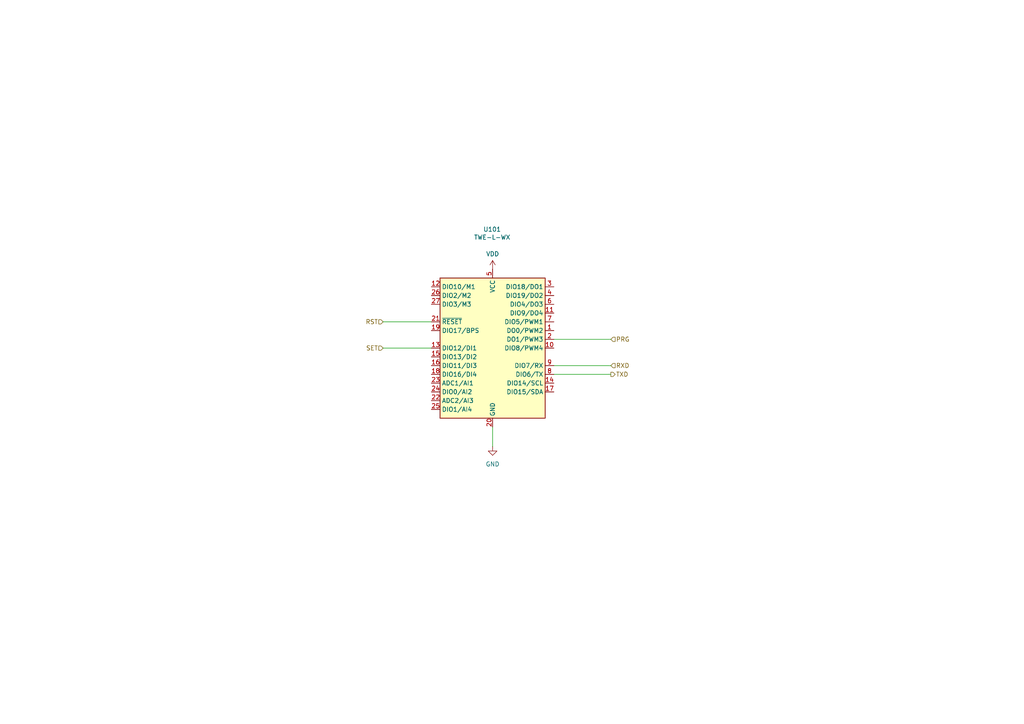
<source format=kicad_sch>
(kicad_sch
	(version 20231120)
	(generator "eeschema")
	(generator_version "8.0")
	(uuid "5d5fd422-f70d-40b3-bfaa-9f006c17966d")
	(paper "A4")
	(lib_symbols
		(symbol "RF_ZigBee:TWE-L-WX"
			(exclude_from_sim no)
			(in_bom yes)
			(on_board yes)
			(property "Reference" "U"
				(at -11.43 21.59 0)
				(effects
					(font
						(size 1.27 1.27)
					)
				)
			)
			(property "Value" "TWE-L-WX"
				(at 7.62 21.59 0)
				(effects
					(font
						(size 1.27 1.27)
					)
				)
			)
			(property "Footprint" "RF_Module:MonoWireless_TWE-L-WX"
				(at 0 -27.94 0)
				(effects
					(font
						(size 1.27 1.27)
					)
					(hide yes)
				)
			)
			(property "Datasheet" "https://www.mono-wireless.com/jp/products/TWE-LITE/MW-PDS-TWELITE-JP.pdf"
				(at 19.05 -25.4 0)
				(effects
					(font
						(size 1.27 1.27)
					)
					(hide yes)
				)
			)
			(property "Description" "NXP JN5164/JN5169 breakout module, SMD"
				(at 0 0 0)
				(effects
					(font
						(size 1.27 1.27)
					)
					(hide yes)
				)
			)
			(property "ki_keywords" "TWELITE"
				(at 0 0 0)
				(effects
					(font
						(size 1.27 1.27)
					)
					(hide yes)
				)
			)
			(property "ki_fp_filters" "MonoWireless?TWE*"
				(at 0 0 0)
				(effects
					(font
						(size 1.27 1.27)
					)
					(hide yes)
				)
			)
			(symbol "TWE-L-WX_1_0"
				(rectangle
					(start -15.24 -20.32)
					(end 15.24 20.32)
					(stroke
						(width 0.254)
						(type default)
					)
					(fill
						(type background)
					)
				)
			)
			(symbol "TWE-L-WX_1_1"
				(pin output line
					(at 17.78 5.08 180)
					(length 2.54)
					(name "DO0/PWM2"
						(effects
							(font
								(size 1.27 1.27)
							)
						)
					)
					(number "1"
						(effects
							(font
								(size 1.27 1.27)
							)
						)
					)
				)
				(pin bidirectional line
					(at 17.78 0 180)
					(length 2.54)
					(name "DIO8/PWM4"
						(effects
							(font
								(size 1.27 1.27)
							)
						)
					)
					(number "10"
						(effects
							(font
								(size 1.27 1.27)
							)
						)
					)
				)
				(pin bidirectional line
					(at 17.78 10.16 180)
					(length 2.54)
					(name "DIO9/DO4"
						(effects
							(font
								(size 1.27 1.27)
							)
						)
					)
					(number "11"
						(effects
							(font
								(size 1.27 1.27)
							)
						)
					)
				)
				(pin bidirectional line
					(at -17.78 17.78 0)
					(length 2.54)
					(name "DIO10/M1"
						(effects
							(font
								(size 1.27 1.27)
							)
						)
					)
					(number "12"
						(effects
							(font
								(size 1.27 1.27)
							)
						)
					)
				)
				(pin bidirectional line
					(at -17.78 0 0)
					(length 2.54)
					(name "DIO12/DI1"
						(effects
							(font
								(size 1.27 1.27)
							)
						)
					)
					(number "13"
						(effects
							(font
								(size 1.27 1.27)
							)
						)
					)
				)
				(pin bidirectional line
					(at 17.78 -10.16 180)
					(length 2.54)
					(name "DIO14/SCL"
						(effects
							(font
								(size 1.27 1.27)
							)
						)
					)
					(number "14"
						(effects
							(font
								(size 1.27 1.27)
							)
						)
					)
				)
				(pin bidirectional line
					(at -17.78 -2.54 0)
					(length 2.54)
					(name "DIO13/DI2"
						(effects
							(font
								(size 1.27 1.27)
							)
						)
					)
					(number "15"
						(effects
							(font
								(size 1.27 1.27)
							)
						)
					)
				)
				(pin bidirectional line
					(at -17.78 -5.08 0)
					(length 2.54)
					(name "DIO11/DI3"
						(effects
							(font
								(size 1.27 1.27)
							)
						)
					)
					(number "16"
						(effects
							(font
								(size 1.27 1.27)
							)
						)
					)
				)
				(pin bidirectional line
					(at 17.78 -12.7 180)
					(length 2.54)
					(name "DIO15/SDA"
						(effects
							(font
								(size 1.27 1.27)
							)
						)
					)
					(number "17"
						(effects
							(font
								(size 1.27 1.27)
							)
						)
					)
				)
				(pin bidirectional line
					(at -17.78 -7.62 0)
					(length 2.54)
					(name "DIO16/DI4"
						(effects
							(font
								(size 1.27 1.27)
							)
						)
					)
					(number "18"
						(effects
							(font
								(size 1.27 1.27)
							)
						)
					)
				)
				(pin bidirectional line
					(at -17.78 5.08 0)
					(length 2.54)
					(name "DIO17/BPS"
						(effects
							(font
								(size 1.27 1.27)
							)
						)
					)
					(number "19"
						(effects
							(font
								(size 1.27 1.27)
							)
						)
					)
				)
				(pin bidirectional line
					(at 17.78 2.54 180)
					(length 2.54)
					(name "DO1/PWM3"
						(effects
							(font
								(size 1.27 1.27)
							)
						)
					)
					(number "2"
						(effects
							(font
								(size 1.27 1.27)
							)
						)
					)
				)
				(pin power_in line
					(at 0 -22.86 90)
					(length 2.54)
					(name "GND"
						(effects
							(font
								(size 1.27 1.27)
							)
						)
					)
					(number "20"
						(effects
							(font
								(size 1.27 1.27)
							)
						)
					)
				)
				(pin input line
					(at -17.78 7.62 0)
					(length 2.54)
					(name "~{RESET}"
						(effects
							(font
								(size 1.27 1.27)
							)
						)
					)
					(number "21"
						(effects
							(font
								(size 1.27 1.27)
							)
						)
					)
				)
				(pin input line
					(at -17.78 -15.24 0)
					(length 2.54)
					(name "ADC2/AI3"
						(effects
							(font
								(size 1.27 1.27)
							)
						)
					)
					(number "22"
						(effects
							(font
								(size 1.27 1.27)
							)
						)
					)
				)
				(pin input line
					(at -17.78 -10.16 0)
					(length 2.54)
					(name "ADC1/AI1"
						(effects
							(font
								(size 1.27 1.27)
							)
						)
					)
					(number "23"
						(effects
							(font
								(size 1.27 1.27)
							)
						)
					)
				)
				(pin bidirectional line
					(at -17.78 -12.7 0)
					(length 2.54)
					(name "DIO0/AI2"
						(effects
							(font
								(size 1.27 1.27)
							)
						)
					)
					(number "24"
						(effects
							(font
								(size 1.27 1.27)
							)
						)
					)
				)
				(pin bidirectional line
					(at -17.78 -17.78 0)
					(length 2.54)
					(name "DIO1/AI4"
						(effects
							(font
								(size 1.27 1.27)
							)
						)
					)
					(number "25"
						(effects
							(font
								(size 1.27 1.27)
							)
						)
					)
				)
				(pin bidirectional line
					(at -17.78 15.24 0)
					(length 2.54)
					(name "DIO2/M2"
						(effects
							(font
								(size 1.27 1.27)
							)
						)
					)
					(number "26"
						(effects
							(font
								(size 1.27 1.27)
							)
						)
					)
				)
				(pin bidirectional line
					(at -17.78 12.7 0)
					(length 2.54)
					(name "DIO3/M3"
						(effects
							(font
								(size 1.27 1.27)
							)
						)
					)
					(number "27"
						(effects
							(font
								(size 1.27 1.27)
							)
						)
					)
				)
				(pin passive line
					(at 0 -22.86 90)
					(length 2.54) hide
					(name "GND"
						(effects
							(font
								(size 1.27 1.27)
							)
						)
					)
					(number "28"
						(effects
							(font
								(size 1.27 1.27)
							)
						)
					)
				)
				(pin no_connect line
					(at 15.24 -17.78 180)
					(length 2.54) hide
					(name "NC"
						(effects
							(font
								(size 1.27 1.27)
							)
						)
					)
					(number "29"
						(effects
							(font
								(size 1.27 1.27)
							)
						)
					)
				)
				(pin bidirectional line
					(at 17.78 17.78 180)
					(length 2.54)
					(name "DIO18/DO1"
						(effects
							(font
								(size 1.27 1.27)
							)
						)
					)
					(number "3"
						(effects
							(font
								(size 1.27 1.27)
							)
						)
					)
				)
				(pin passive line
					(at 0 -22.86 90)
					(length 2.54) hide
					(name "GND"
						(effects
							(font
								(size 1.27 1.27)
							)
						)
					)
					(number "30"
						(effects
							(font
								(size 1.27 1.27)
							)
						)
					)
				)
				(pin passive line
					(at 0 -22.86 90)
					(length 2.54) hide
					(name "GND"
						(effects
							(font
								(size 1.27 1.27)
							)
						)
					)
					(number "31"
						(effects
							(font
								(size 1.27 1.27)
							)
						)
					)
				)
				(pin passive line
					(at 0 -22.86 90)
					(length 2.54) hide
					(name "GND"
						(effects
							(font
								(size 1.27 1.27)
							)
						)
					)
					(number "32"
						(effects
							(font
								(size 1.27 1.27)
							)
						)
					)
				)
				(pin bidirectional line
					(at 17.78 15.24 180)
					(length 2.54)
					(name "DIO19/DO2"
						(effects
							(font
								(size 1.27 1.27)
							)
						)
					)
					(number "4"
						(effects
							(font
								(size 1.27 1.27)
							)
						)
					)
				)
				(pin power_in line
					(at 0 22.86 270)
					(length 2.54)
					(name "VCC"
						(effects
							(font
								(size 1.27 1.27)
							)
						)
					)
					(number "5"
						(effects
							(font
								(size 1.27 1.27)
							)
						)
					)
				)
				(pin bidirectional line
					(at 17.78 12.7 180)
					(length 2.54)
					(name "DIO4/DO3"
						(effects
							(font
								(size 1.27 1.27)
							)
						)
					)
					(number "6"
						(effects
							(font
								(size 1.27 1.27)
							)
						)
					)
				)
				(pin bidirectional line
					(at 17.78 7.62 180)
					(length 2.54)
					(name "DIO5/PWM1"
						(effects
							(font
								(size 1.27 1.27)
							)
						)
					)
					(number "7"
						(effects
							(font
								(size 1.27 1.27)
							)
						)
					)
				)
				(pin bidirectional line
					(at 17.78 -7.62 180)
					(length 2.54)
					(name "DIO6/TX"
						(effects
							(font
								(size 1.27 1.27)
							)
						)
					)
					(number "8"
						(effects
							(font
								(size 1.27 1.27)
							)
						)
					)
				)
				(pin bidirectional line
					(at 17.78 -5.08 180)
					(length 2.54)
					(name "DIO7/RX"
						(effects
							(font
								(size 1.27 1.27)
							)
						)
					)
					(number "9"
						(effects
							(font
								(size 1.27 1.27)
							)
						)
					)
				)
			)
		)
		(symbol "power:GND"
			(power)
			(pin_numbers hide)
			(pin_names
				(offset 0) hide)
			(exclude_from_sim no)
			(in_bom yes)
			(on_board yes)
			(property "Reference" "#PWR"
				(at 0 -6.35 0)
				(effects
					(font
						(size 1.27 1.27)
					)
					(hide yes)
				)
			)
			(property "Value" "GND"
				(at 0 -3.81 0)
				(effects
					(font
						(size 1.27 1.27)
					)
				)
			)
			(property "Footprint" ""
				(at 0 0 0)
				(effects
					(font
						(size 1.27 1.27)
					)
					(hide yes)
				)
			)
			(property "Datasheet" ""
				(at 0 0 0)
				(effects
					(font
						(size 1.27 1.27)
					)
					(hide yes)
				)
			)
			(property "Description" "Power symbol creates a global label with name \"GND\" , ground"
				(at 0 0 0)
				(effects
					(font
						(size 1.27 1.27)
					)
					(hide yes)
				)
			)
			(property "ki_keywords" "global power"
				(at 0 0 0)
				(effects
					(font
						(size 1.27 1.27)
					)
					(hide yes)
				)
			)
			(symbol "GND_0_1"
				(polyline
					(pts
						(xy 0 0) (xy 0 -1.27) (xy 1.27 -1.27) (xy 0 -2.54) (xy -1.27 -1.27) (xy 0 -1.27)
					)
					(stroke
						(width 0)
						(type default)
					)
					(fill
						(type none)
					)
				)
			)
			(symbol "GND_1_1"
				(pin power_in line
					(at 0 0 270)
					(length 0)
					(name "~"
						(effects
							(font
								(size 1.27 1.27)
							)
						)
					)
					(number "1"
						(effects
							(font
								(size 1.27 1.27)
							)
						)
					)
				)
			)
		)
		(symbol "power:VDD"
			(power)
			(pin_numbers hide)
			(pin_names
				(offset 0) hide)
			(exclude_from_sim no)
			(in_bom yes)
			(on_board yes)
			(property "Reference" "#PWR"
				(at 0 -3.81 0)
				(effects
					(font
						(size 1.27 1.27)
					)
					(hide yes)
				)
			)
			(property "Value" "VDD"
				(at 0 3.556 0)
				(effects
					(font
						(size 1.27 1.27)
					)
				)
			)
			(property "Footprint" ""
				(at 0 0 0)
				(effects
					(font
						(size 1.27 1.27)
					)
					(hide yes)
				)
			)
			(property "Datasheet" ""
				(at 0 0 0)
				(effects
					(font
						(size 1.27 1.27)
					)
					(hide yes)
				)
			)
			(property "Description" "Power symbol creates a global label with name \"VDD\""
				(at 0 0 0)
				(effects
					(font
						(size 1.27 1.27)
					)
					(hide yes)
				)
			)
			(property "ki_keywords" "global power"
				(at 0 0 0)
				(effects
					(font
						(size 1.27 1.27)
					)
					(hide yes)
				)
			)
			(symbol "VDD_0_1"
				(polyline
					(pts
						(xy -0.762 1.27) (xy 0 2.54)
					)
					(stroke
						(width 0)
						(type default)
					)
					(fill
						(type none)
					)
				)
				(polyline
					(pts
						(xy 0 0) (xy 0 2.54)
					)
					(stroke
						(width 0)
						(type default)
					)
					(fill
						(type none)
					)
				)
				(polyline
					(pts
						(xy 0 2.54) (xy 0.762 1.27)
					)
					(stroke
						(width 0)
						(type default)
					)
					(fill
						(type none)
					)
				)
			)
			(symbol "VDD_1_1"
				(pin power_in line
					(at 0 0 90)
					(length 0)
					(name "~"
						(effects
							(font
								(size 1.27 1.27)
							)
						)
					)
					(number "1"
						(effects
							(font
								(size 1.27 1.27)
							)
						)
					)
				)
			)
		)
	)
	(wire
		(pts
			(xy 111.125 93.345) (xy 125.095 93.345)
		)
		(stroke
			(width 0)
			(type default)
		)
		(uuid "10ec4940-72a5-4b0c-bbcf-ecad361a0626")
	)
	(wire
		(pts
			(xy 125.095 100.965) (xy 111.125 100.965)
		)
		(stroke
			(width 0)
			(type default)
		)
		(uuid "13b77c28-fa29-4b37-bacf-585cae454905")
	)
	(wire
		(pts
			(xy 160.655 98.425) (xy 177.165 98.425)
		)
		(stroke
			(width 0)
			(type default)
		)
		(uuid "1a87957e-0f91-4613-9c87-387760c09599")
	)
	(wire
		(pts
			(xy 142.875 123.825) (xy 142.875 129.54)
		)
		(stroke
			(width 0)
			(type default)
		)
		(uuid "2a7e0ef9-e7e1-406b-a6eb-2b0e2b158507")
	)
	(wire
		(pts
			(xy 160.655 106.045) (xy 177.165 106.045)
		)
		(stroke
			(width 0)
			(type default)
		)
		(uuid "b5c732ea-faa5-453f-8677-1590b96f01b9")
	)
	(wire
		(pts
			(xy 160.655 108.585) (xy 177.165 108.585)
		)
		(stroke
			(width 0)
			(type default)
		)
		(uuid "b690f69d-39ad-48c7-80fc-3a237cc0a93d")
	)
	(hierarchical_label "SET"
		(shape input)
		(at 111.125 100.965 180)
		(fields_autoplaced yes)
		(effects
			(font
				(size 1.27 1.27)
			)
			(justify right)
		)
		(uuid "73ca3a2f-d901-4569-b661-3ee50fe66009")
	)
	(hierarchical_label "RXD"
		(shape input)
		(at 177.165 106.045 0)
		(fields_autoplaced yes)
		(effects
			(font
				(size 1.27 1.27)
			)
			(justify left)
		)
		(uuid "a6dfc7c6-9ded-4c02-a2bd-ce1d90c006d0")
	)
	(hierarchical_label "PRG"
		(shape input)
		(at 177.165 98.425 0)
		(fields_autoplaced yes)
		(effects
			(font
				(size 1.27 1.27)
			)
			(justify left)
		)
		(uuid "d5df6fa6-e177-4978-9397-b9662e73c228")
	)
	(hierarchical_label "RST"
		(shape input)
		(at 111.125 93.345 180)
		(fields_autoplaced yes)
		(effects
			(font
				(size 1.27 1.27)
			)
			(justify right)
		)
		(uuid "e4fc9229-399f-49aa-af7a-7588eb1358c2")
	)
	(hierarchical_label "TXD"
		(shape output)
		(at 177.165 108.585 0)
		(fields_autoplaced yes)
		(effects
			(font
				(size 1.27 1.27)
			)
			(justify left)
		)
		(uuid "f8ce6a24-ee4e-4dcc-b0c7-16440f00caef")
	)
	(symbol
		(lib_id "power:VDD")
		(at 142.875 78.105 0)
		(unit 1)
		(exclude_from_sim no)
		(in_bom yes)
		(on_board yes)
		(dnp no)
		(fields_autoplaced yes)
		(uuid "acdee04c-a924-4b8d-9b6a-68f2a7af89aa")
		(property "Reference" "#PWR0101"
			(at 142.875 81.915 0)
			(effects
				(font
					(size 1.27 1.27)
				)
				(hide yes)
			)
		)
		(property "Value" "VDD"
			(at 142.875 73.66 0)
			(effects
				(font
					(size 1.27 1.27)
				)
			)
		)
		(property "Footprint" ""
			(at 142.875 78.105 0)
			(effects
				(font
					(size 1.27 1.27)
				)
				(hide yes)
			)
		)
		(property "Datasheet" ""
			(at 142.875 78.105 0)
			(effects
				(font
					(size 1.27 1.27)
				)
				(hide yes)
			)
		)
		(property "Description" "Power symbol creates a global label with name \"VDD\""
			(at 142.875 78.105 0)
			(effects
				(font
					(size 1.27 1.27)
				)
				(hide yes)
			)
		)
		(pin "1"
			(uuid "e930c118-7bd3-4911-bfdf-b83a24c88a2d")
		)
		(instances
			(project ""
				(path "/5d5fd422-f70d-40b3-bfaa-9f006c17966d"
					(reference "#PWR0101")
					(unit 1)
				)
			)
			(project ""
				(path "/bbee8c47-266c-4026-940d-10a37b262ebb/f2f48f5a-f359-4bf7-a88a-7e2abeffc666"
					(reference "#PWR0801")
					(unit 1)
				)
			)
		)
	)
	(symbol
		(lib_id "power:GND")
		(at 142.875 129.54 0)
		(unit 1)
		(exclude_from_sim no)
		(in_bom yes)
		(on_board yes)
		(dnp no)
		(fields_autoplaced yes)
		(uuid "d3855837-eb59-4e44-89b5-67adda8928cd")
		(property "Reference" "#PWR0102"
			(at 142.875 135.89 0)
			(effects
				(font
					(size 1.27 1.27)
				)
				(hide yes)
			)
		)
		(property "Value" "GND"
			(at 142.875 134.62 0)
			(effects
				(font
					(size 1.27 1.27)
				)
			)
		)
		(property "Footprint" ""
			(at 142.875 129.54 0)
			(effects
				(font
					(size 1.27 1.27)
				)
				(hide yes)
			)
		)
		(property "Datasheet" ""
			(at 142.875 129.54 0)
			(effects
				(font
					(size 1.27 1.27)
				)
				(hide yes)
			)
		)
		(property "Description" "Power symbol creates a global label with name \"GND\" , ground"
			(at 142.875 129.54 0)
			(effects
				(font
					(size 1.27 1.27)
				)
				(hide yes)
			)
		)
		(pin "1"
			(uuid "bcd6508a-7797-4a48-9aad-ac93b9bf1763")
		)
		(instances
			(project ""
				(path "/5d5fd422-f70d-40b3-bfaa-9f006c17966d"
					(reference "#PWR0102")
					(unit 1)
				)
			)
			(project ""
				(path "/bbee8c47-266c-4026-940d-10a37b262ebb/f2f48f5a-f359-4bf7-a88a-7e2abeffc666"
					(reference "#PWR0802")
					(unit 1)
				)
			)
		)
	)
	(symbol
		(lib_id "RF_ZigBee:TWE-L-WX")
		(at 142.875 100.965 0)
		(unit 1)
		(exclude_from_sim no)
		(in_bom yes)
		(on_board yes)
		(dnp no)
		(uuid "f93a90f6-0087-4eba-92be-3983244c3a62")
		(property "Reference" "U101"
			(at 142.748 66.5226 0)
			(effects
				(font
					(size 1.27 1.27)
				)
			)
		)
		(property "Value" "TWE-L-WX"
			(at 142.748 68.834 0)
			(effects
				(font
					(size 1.27 1.27)
				)
			)
		)
		(property "Footprint" "WOBCLibrary:TWELITE-SMD"
			(at 142.875 128.905 0)
			(effects
				(font
					(size 1.27 1.27)
				)
				(hide yes)
			)
		)
		(property "Datasheet" "https://www.mono-wireless.com/jp/products/TWE-LITE/MW-PDS-TWELITE-JP.pdf"
			(at 161.925 126.365 0)
			(effects
				(font
					(size 1.27 1.27)
				)
				(hide yes)
			)
		)
		(property "Description" ""
			(at 142.875 100.965 0)
			(effects
				(font
					(size 1.27 1.27)
				)
				(hide yes)
			)
		)
		(pin "17"
			(uuid "a0b2e3b3-3ff9-4650-8409-fad5d04cb99b")
		)
		(pin "7"
			(uuid "350b959b-4b72-4f8d-a164-638a0e976d73")
		)
		(pin "8"
			(uuid "7e3714cc-785a-4c0f-a155-4fd1dafca953")
		)
		(pin "1"
			(uuid "ca351fe1-9781-4e75-bf9f-8a0f6fc46b3b")
		)
		(pin "16"
			(uuid "8cfc384d-f8ff-442f-81dc-b655e02d0e1a")
		)
		(pin "20"
			(uuid "b5283805-3f9b-4b00-bae9-b68998e31129")
		)
		(pin "22"
			(uuid "592df191-7814-483f-abbc-918fa91927d0")
		)
		(pin "3"
			(uuid "8309ed11-edde-4881-9b89-da06c69b67ef")
		)
		(pin "21"
			(uuid "5d46a304-84f6-4e17-9df4-c624644abb0f")
		)
		(pin "5"
			(uuid "024bfc49-9b67-4534-99f1-c3486384fdac")
		)
		(pin "9"
			(uuid "58a34633-2878-44dd-a33e-315e2e248532")
		)
		(pin "2"
			(uuid "6eeffb5b-a2e4-45a9-8694-71c2649468e8")
		)
		(pin "14"
			(uuid "bb6c044f-6b20-476c-98a9-8784db586436")
		)
		(pin "12"
			(uuid "b76e3a35-44ee-4a05-862b-7504bbd1e717")
		)
		(pin "28"
			(uuid "6c22f19a-b776-42ce-9aa0-45a80af2ddcc")
		)
		(pin "15"
			(uuid "5995085a-d2c2-4857-8472-f094b6fa9383")
		)
		(pin "18"
			(uuid "e9a133d0-630b-48ff-a6db-cbd6e5ae5bd2")
		)
		(pin "4"
			(uuid "db393fbd-aa30-4458-9cf9-c7384e702ad6")
		)
		(pin "13"
			(uuid "d4d07f0a-4862-4e81-be54-313a228b8d8d")
		)
		(pin "6"
			(uuid "e7c3bcbb-f477-4bc4-96b3-7478c1e9cbf2")
		)
		(pin "11"
			(uuid "d75dc09f-9c40-44fc-9717-aad41dad38df")
		)
		(pin "19"
			(uuid "660ba603-479e-4528-a2ee-2d32722a5c69")
		)
		(pin "10"
			(uuid "b5327bd3-8ea1-417b-98ce-71a90684bd06")
		)
		(pin "23"
			(uuid "0a9c7567-d269-4cc8-963f-26e40c3b575f")
		)
		(pin "26"
			(uuid "7fb1e7d1-417c-4690-b183-329fec7a4e54")
		)
		(pin "27"
			(uuid "96a4a1bc-6711-4228-a2b4-58ea3562481c")
		)
		(pin "29"
			(uuid "ea6270ed-75bb-488f-b0d7-a47613460f5a")
		)
		(pin "25"
			(uuid "aa5af1f1-fa22-4ad5-880b-01993dfd4572")
		)
		(pin "30"
			(uuid "3dd30ef7-5791-4ca8-98d0-6a43448fb748")
		)
		(pin "31"
			(uuid "433c236c-7600-4188-a960-807ca1910545")
		)
		(pin "24"
			(uuid "cd28f079-e309-494e-9ee0-58de055e1ed8")
		)
		(pin "32"
			(uuid "d1f998a6-6341-4bf5-9be6-2d72440837a7")
		)
		(instances
			(project "TWELITE"
				(path "/5d5fd422-f70d-40b3-bfaa-9f006c17966d"
					(reference "U101")
					(unit 1)
				)
			)
			(project "TWELITE"
				(path "/bbee8c47-266c-4026-940d-10a37b262ebb/f2f48f5a-f359-4bf7-a88a-7e2abeffc666"
					(reference "U801")
					(unit 1)
				)
			)
		)
	)
)

</source>
